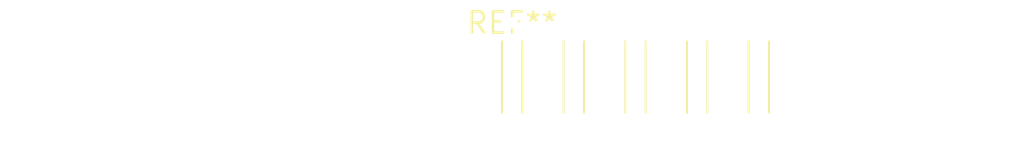
<source format=kicad_pcb>
(kicad_pcb (version 20240108) (generator pcbnew)
  (layers (0 "F.Cu" signal) (31 "B.Cu" signal) (34 "B.Paste" user) (35 "F.Paste" user) (36 "B.SilkS" user "B.Silkscreen") (37 "F.SilkS" user "F.Silkscreen") (38 "B.Mask" user) (39 "F.Mask" user) (44 "Edge.Cuts" user))
  (net 0 "")
  (footprint "SolderWire-0.127sqmm_1x05_P3.7mm_D0.48mm_OD1mm_Relief" (layer "F.Cu") (at 0 0)
    (property "Reference" "REF**")
    (property "Value" "SolderWire-0.127sqmm_1x05_P3.7mm_D0.48mm_OD1mm_Relief")
    (fp_line (start -0.61 1.11) (end -0.61 5.39) (layer "F.SilkS") (stroke (width 0.12)))
    (fp_line (start 0.61 1.11) (end 0.61 5.39) (layer "F.SilkS") (stroke (width 0.12)))
    (fp_line (start 3.09 1.11) (end 3.09 5.39) (layer "F.SilkS") (stroke (width 0.12)))
    (fp_line (start 4.31 1.11) (end 4.31 5.39) (layer "F.SilkS") (stroke (width 0.12)))
    (fp_line (start 6.79 1.11) (end 6.79 5.39) (layer "F.SilkS") (stroke (width 0.12)))
    (fp_line (start 8.01 1.11) (end 8.01 5.39) (layer "F.SilkS") (stroke (width 0.12)))
    (fp_line (start 10.49 1.11) (end 10.49 5.39) (layer "F.SilkS") (stroke (width 0.12)))
    (fp_line (start 11.71 1.11) (end 11.71 5.39) (layer "F.SilkS") (stroke (width 0.12)))
    (fp_line (start 14.19 1.11) (end 14.19 5.39) (layer "F.SilkS") (stroke (width 0.12)))
    (fp_line (start 15.41 1.11) (end 15.41 5.39) (layer "F.SilkS") (stroke (width 0.12)))
    (pad "" np_thru_hole circle (at 0 6) (size 1.5 1.5) (drill 1.5) (layers *.Cu *.Mask))
    (pad "" np_thru_hole circle (at 3.7 6) (size 1.5 1.5) (drill 1.5) (layers *.Cu *.Mask))
    (pad "" np_thru_hole circle (at 7.4 6) (size 1.5 1.5) (drill 1.5) (layers *.Cu *.Mask))
    (pad "" np_thru_hole circle (at 11.1 6) (size 1.5 1.5) (drill 1.5) (layers *.Cu *.Mask))
    (pad "" np_thru_hole circle (at 14.8 6) (size 1.5 1.5) (drill 1.5) (layers *.Cu *.Mask))
    (pad "1" thru_hole roundrect (at 0 0) (size 1.7 1.7) (drill 0.7) (layers *.Cu *.Mask) (remove_unused_layers) (roundrect_rratio 0.147059))
    (pad "2" thru_hole circle (at 3.7 0) (size 1.7 1.7) (drill 0.7) (layers *.Cu *.Mask) (remove_unused_layers))
    (pad "3" thru_hole circle (at 7.4 0) (size 1.7 1.7) (drill 0.7) (layers *.Cu *.Mask) (remove_unused_layers))
    (pad "4" thru_hole circle (at 11.1 0) (size 1.7 1.7) (drill 0.7) (layers *.Cu *.Mask) (remove_unused_layers))
    (pad "5" thru_hole circle (at 14.8 0) (size 1.7 1.7) (drill 0.7) (layers *.Cu *.Mask) (remove_unused_layers))
  )
)
</source>
